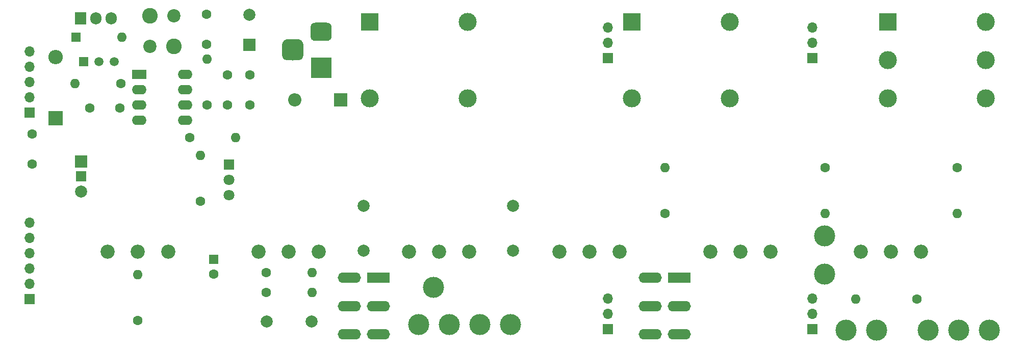
<source format=gbs>
G04 #@! TF.GenerationSoftware,KiCad,Pcbnew,(5.1.0)-1*
G04 #@! TF.CreationDate,2019-04-19T18:14:24+02:00*
G04 #@! TF.ProjectId,pcb_main,7063625f-6d61-4696-9e2e-6b696361645f,rev?*
G04 #@! TF.SameCoordinates,Original*
G04 #@! TF.FileFunction,Soldermask,Bot*
G04 #@! TF.FilePolarity,Negative*
%FSLAX46Y46*%
G04 Gerber Fmt 4.6, Leading zero omitted, Abs format (unit mm)*
G04 Created by KiCad (PCBNEW (5.1.0)-1) date 2019-04-19 18:14:24*
%MOMM*%
%LPD*%
G04 APERTURE LIST*
%ADD10C,3.000000*%
%ADD11R,3.000000X3.000000*%
%ADD12R,1.800000X1.800000*%
%ADD13C,1.800000*%
%ADD14C,1.600000*%
%ADD15R,1.600000X1.600000*%
%ADD16C,2.340000*%
%ADD17R,2.200000X2.200000*%
%ADD18O,2.200000X2.200000*%
%ADD19C,3.500000*%
%ADD20R,3.500000X3.500000*%
%ADD21C,0.200000*%
%ADD22C,2.000000*%
%ADD23O,1.600000X1.600000*%
%ADD24O,1.700000X1.700000*%
%ADD25R,1.700000X1.700000*%
%ADD26R,2.000000X2.000000*%
%ADD27R,2.400000X2.400000*%
%ADD28O,2.400000X2.400000*%
%ADD29C,1.500000*%
%ADD30R,1.500000X1.500000*%
%ADD31R,1.905000X2.000000*%
%ADD32O,1.905000X2.000000*%
%ADD33R,2.400000X1.600000*%
%ADD34O,2.400000X1.600000*%
%ADD35C,2.600000*%
%ADD36C,2.200000*%
%ADD37R,3.850000X1.730000*%
%ADD38O,3.850000X1.730000*%
G04 APERTURE END LIST*
D10*
X198230000Y-118700000D03*
X198230000Y-106000000D03*
X182000000Y-118700000D03*
D11*
X182000000Y-106000000D03*
D10*
X154730000Y-118700000D03*
X154730000Y-106000000D03*
X138500000Y-118700000D03*
D11*
X138500000Y-106000000D03*
X224500000Y-106000000D03*
D10*
X224500000Y-118700000D03*
X224500000Y-112350000D03*
X240730000Y-106000000D03*
X240730000Y-118700000D03*
X240730000Y-112350000D03*
D12*
X90600000Y-131660000D03*
D13*
X90600000Y-134200000D03*
D12*
X115100000Y-129670000D03*
D13*
X115100000Y-132210000D03*
X115100000Y-134750000D03*
D14*
X112540000Y-147910000D03*
D15*
X112540000Y-145410000D03*
D16*
X105000000Y-144200000D03*
X100000000Y-144200000D03*
X95000000Y-144200000D03*
X155000000Y-144200000D03*
X150000000Y-144200000D03*
X145000000Y-144200000D03*
X180000000Y-144200000D03*
X175000000Y-144200000D03*
X170000000Y-144200000D03*
X130000000Y-144200000D03*
X125000000Y-144200000D03*
X120000000Y-144200000D03*
X205000000Y-144200000D03*
X200000000Y-144200000D03*
X195000000Y-144200000D03*
X230000000Y-144200000D03*
X225000000Y-144200000D03*
X220000000Y-144200000D03*
D17*
X133700000Y-118900000D03*
D18*
X126080000Y-118900000D03*
D19*
X222680000Y-157200000D03*
X217600000Y-157200000D03*
D20*
X130400000Y-113600000D03*
D21*
G36*
X131473513Y-106103611D02*
G01*
X131546318Y-106114411D01*
X131617714Y-106132295D01*
X131687013Y-106157090D01*
X131753548Y-106188559D01*
X131816678Y-106226398D01*
X131875795Y-106270242D01*
X131930330Y-106319670D01*
X131979758Y-106374205D01*
X132023602Y-106433322D01*
X132061441Y-106496452D01*
X132092910Y-106562987D01*
X132117705Y-106632286D01*
X132135589Y-106703682D01*
X132146389Y-106776487D01*
X132150000Y-106850000D01*
X132150000Y-108350000D01*
X132146389Y-108423513D01*
X132135589Y-108496318D01*
X132117705Y-108567714D01*
X132092910Y-108637013D01*
X132061441Y-108703548D01*
X132023602Y-108766678D01*
X131979758Y-108825795D01*
X131930330Y-108880330D01*
X131875795Y-108929758D01*
X131816678Y-108973602D01*
X131753548Y-109011441D01*
X131687013Y-109042910D01*
X131617714Y-109067705D01*
X131546318Y-109085589D01*
X131473513Y-109096389D01*
X131400000Y-109100000D01*
X129400000Y-109100000D01*
X129326487Y-109096389D01*
X129253682Y-109085589D01*
X129182286Y-109067705D01*
X129112987Y-109042910D01*
X129046452Y-109011441D01*
X128983322Y-108973602D01*
X128924205Y-108929758D01*
X128869670Y-108880330D01*
X128820242Y-108825795D01*
X128776398Y-108766678D01*
X128738559Y-108703548D01*
X128707090Y-108637013D01*
X128682295Y-108567714D01*
X128664411Y-108496318D01*
X128653611Y-108423513D01*
X128650000Y-108350000D01*
X128650000Y-106850000D01*
X128653611Y-106776487D01*
X128664411Y-106703682D01*
X128682295Y-106632286D01*
X128707090Y-106562987D01*
X128738559Y-106496452D01*
X128776398Y-106433322D01*
X128820242Y-106374205D01*
X128869670Y-106319670D01*
X128924205Y-106270242D01*
X128983322Y-106226398D01*
X129046452Y-106188559D01*
X129112987Y-106157090D01*
X129182286Y-106132295D01*
X129253682Y-106114411D01*
X129326487Y-106103611D01*
X129400000Y-106100000D01*
X131400000Y-106100000D01*
X131473513Y-106103611D01*
X131473513Y-106103611D01*
G37*
D10*
X130400000Y-107600000D03*
D21*
G36*
X126660765Y-108854213D02*
G01*
X126745704Y-108866813D01*
X126828999Y-108887677D01*
X126909848Y-108916605D01*
X126987472Y-108953319D01*
X127061124Y-108997464D01*
X127130094Y-109048616D01*
X127193718Y-109106282D01*
X127251384Y-109169906D01*
X127302536Y-109238876D01*
X127346681Y-109312528D01*
X127383395Y-109390152D01*
X127412323Y-109471001D01*
X127433187Y-109554296D01*
X127445787Y-109639235D01*
X127450000Y-109725000D01*
X127450000Y-111475000D01*
X127445787Y-111560765D01*
X127433187Y-111645704D01*
X127412323Y-111728999D01*
X127383395Y-111809848D01*
X127346681Y-111887472D01*
X127302536Y-111961124D01*
X127251384Y-112030094D01*
X127193718Y-112093718D01*
X127130094Y-112151384D01*
X127061124Y-112202536D01*
X126987472Y-112246681D01*
X126909848Y-112283395D01*
X126828999Y-112312323D01*
X126745704Y-112333187D01*
X126660765Y-112345787D01*
X126575000Y-112350000D01*
X124825000Y-112350000D01*
X124739235Y-112345787D01*
X124654296Y-112333187D01*
X124571001Y-112312323D01*
X124490152Y-112283395D01*
X124412528Y-112246681D01*
X124338876Y-112202536D01*
X124269906Y-112151384D01*
X124206282Y-112093718D01*
X124148616Y-112030094D01*
X124097464Y-111961124D01*
X124053319Y-111887472D01*
X124016605Y-111809848D01*
X123987677Y-111728999D01*
X123966813Y-111645704D01*
X123954213Y-111560765D01*
X123950000Y-111475000D01*
X123950000Y-109725000D01*
X123954213Y-109639235D01*
X123966813Y-109554296D01*
X123987677Y-109471001D01*
X124016605Y-109390152D01*
X124053319Y-109312528D01*
X124097464Y-109238876D01*
X124148616Y-109169906D01*
X124206282Y-109106282D01*
X124269906Y-109048616D01*
X124338876Y-108997464D01*
X124412528Y-108953319D01*
X124490152Y-108916605D01*
X124571001Y-108887677D01*
X124654296Y-108866813D01*
X124739235Y-108854213D01*
X124825000Y-108850000D01*
X126575000Y-108850000D01*
X126660765Y-108854213D01*
X126660765Y-108854213D01*
G37*
D19*
X125700000Y-110600000D03*
X214000000Y-141500000D03*
X214000000Y-147850000D03*
X231200000Y-157200000D03*
X241360000Y-157200000D03*
X236280000Y-157200000D03*
D22*
X128860000Y-155800000D03*
X121360000Y-155800000D03*
D14*
X100000000Y-155600000D03*
D23*
X100000000Y-147980000D03*
D14*
X121300000Y-147600000D03*
D23*
X128920000Y-147600000D03*
D14*
X187500000Y-137820000D03*
D23*
X187500000Y-130200000D03*
X128920000Y-150900000D03*
D14*
X121300000Y-150900000D03*
X229300000Y-152000000D03*
D23*
X219140000Y-152000000D03*
X236000000Y-137820000D03*
D14*
X236000000Y-130200000D03*
X214100000Y-130200000D03*
D23*
X214100000Y-137820000D03*
D19*
X146600000Y-156300000D03*
X151680000Y-156300000D03*
X156760000Y-156300000D03*
X161840000Y-156300000D03*
D24*
X178000000Y-106920000D03*
X178000000Y-109460000D03*
D25*
X178000000Y-112000000D03*
X212000000Y-112000000D03*
D24*
X212000000Y-109460000D03*
X212000000Y-106920000D03*
D25*
X82000000Y-152000000D03*
D24*
X82000000Y-149460000D03*
X82000000Y-146920000D03*
X82000000Y-144380000D03*
X82000000Y-141840000D03*
X82000000Y-139300000D03*
D25*
X212000000Y-157000000D03*
D24*
X212000000Y-154460000D03*
X212000000Y-151920000D03*
X178000000Y-151920000D03*
X178000000Y-154460000D03*
D25*
X178000000Y-157000000D03*
D19*
X149050000Y-150050000D03*
D14*
X114900000Y-114800000D03*
X114900000Y-119800000D03*
D22*
X118500000Y-104800000D03*
D26*
X118500000Y-109800000D03*
D14*
X111400000Y-109700000D03*
X111400000Y-104700000D03*
X97000000Y-120300000D03*
X92000000Y-120300000D03*
X118600000Y-119800000D03*
X118600000Y-114800000D03*
X82400000Y-129600000D03*
X82400000Y-124600000D03*
D26*
X90600000Y-129200000D03*
D22*
X90600000Y-134200000D03*
D15*
X89700000Y-108500000D03*
D23*
X97320000Y-108500000D03*
D27*
X86300000Y-122000000D03*
D28*
X86300000Y-111840000D03*
D29*
X93540000Y-112600000D03*
X96080000Y-112600000D03*
D30*
X91000000Y-112600000D03*
D31*
X90500000Y-105400000D03*
D32*
X93040000Y-105400000D03*
X95580000Y-105400000D03*
D23*
X111500000Y-112180000D03*
D14*
X111500000Y-119800000D03*
D23*
X116220000Y-125200000D03*
D14*
X108600000Y-125200000D03*
X97200000Y-116200000D03*
D23*
X89580000Y-116200000D03*
D14*
X110400000Y-135800000D03*
D23*
X110400000Y-128180000D03*
D33*
X100200000Y-114700000D03*
D34*
X107820000Y-122320000D03*
X100200000Y-117240000D03*
X107820000Y-119780000D03*
X100200000Y-119780000D03*
X107820000Y-117240000D03*
X100200000Y-122320000D03*
X107820000Y-114700000D03*
D35*
X102000000Y-105000000D03*
X106000000Y-110000000D03*
D36*
X106000000Y-105000000D03*
X102000000Y-110000000D03*
D37*
X189900000Y-148500000D03*
D38*
X189900000Y-153200000D03*
X189900000Y-157900000D03*
X185070000Y-153200000D03*
X185070000Y-157900000D03*
X185070000Y-148500000D03*
D25*
X82000000Y-121080000D03*
D24*
X82000000Y-118540000D03*
X82000000Y-116000000D03*
X82000000Y-113460000D03*
X82000000Y-110920000D03*
D37*
X139900000Y-148500000D03*
D38*
X139900000Y-153200000D03*
X139900000Y-157900000D03*
X135070000Y-153200000D03*
X135070000Y-157900000D03*
X135070000Y-148500000D03*
D22*
X162300000Y-144000000D03*
X162300000Y-136500000D03*
X137500000Y-136500000D03*
X137500000Y-144000000D03*
M02*

</source>
